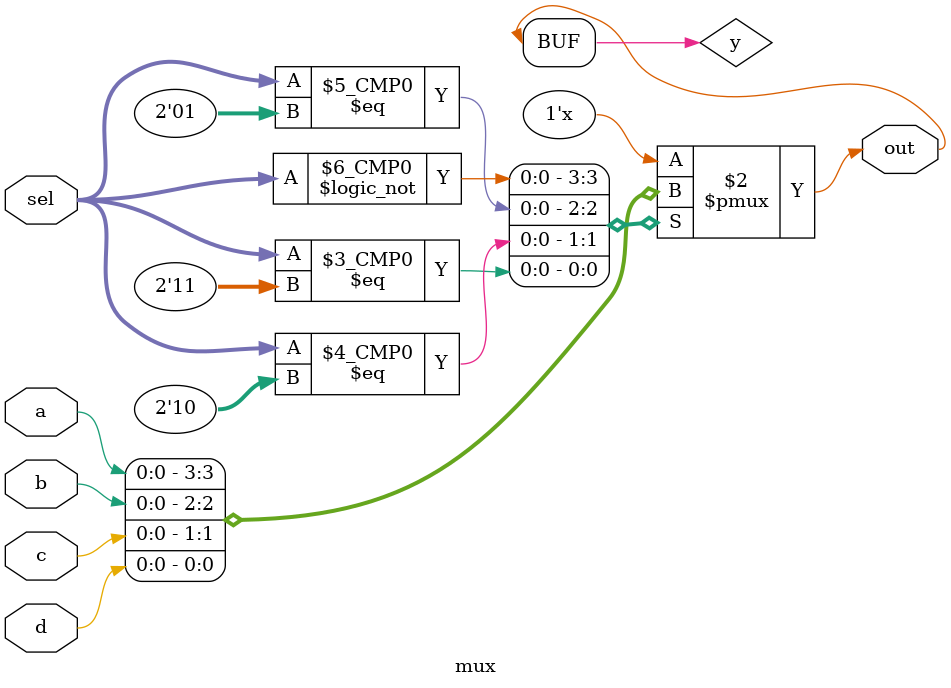
<source format=v>
module mux (
    input a,
    input b,
    input c,
    input d,
    input [1:0] sel,
    output out
);
    reg y;

    always @(*) begin
        case (sel)
            2'b00 : y = a;
            2'b01 : y = b;
            2'b10 : y = c;
            2'b11 : y = d;
            default : y = 1'b0; 
        endcase
    end

    assign out = y;
endmodule
</source>
